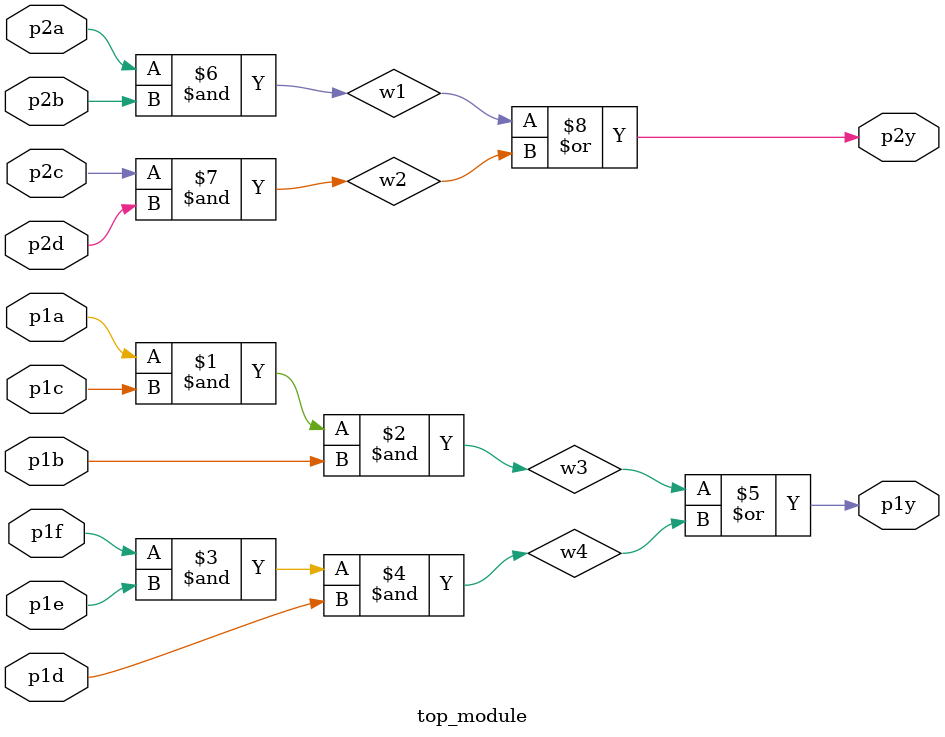
<source format=v>
module top_module ( 
    input p1a, p1b, p1c, p1d, p1e, p1f,
    output p1y,
    input p2a, p2b, p2c, p2d,
    output p2y );
    wire w1,w2,w3,w4;
    assign w3 =( p1a & p1c & p1b);
    assign w4 =( p1f & p1e & p1d);
    assign p1y = (w3 | w4);
    assign w1 = (p2a & p2b);
    assign w2 = (p2c & p2d);
    assign p2y = (w1 | w2);

endmodule

</source>
